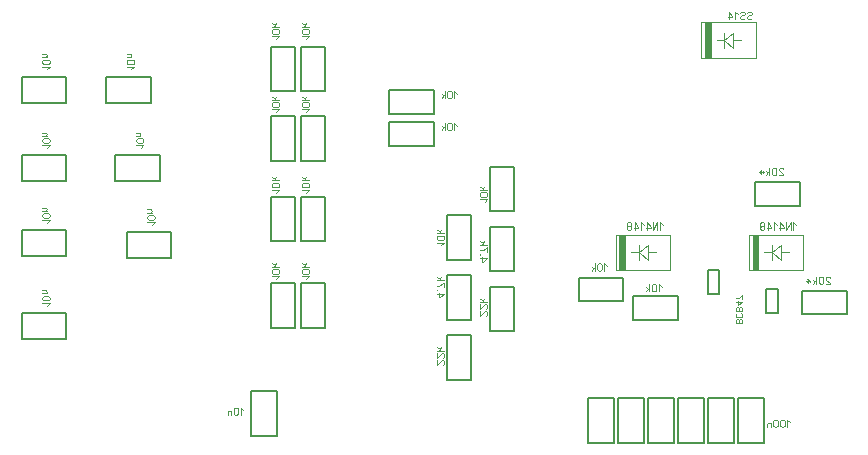
<source format=gbr>
%FSLAX34Y34*%
%MOMM*%
%LNSILK_BOTTOM*%
G71*
G01*
%ADD10C, 0.000*%
%ADD11C, 0.111*%
%ADD12C, 0.150*%
%ADD13C, 0.095*%
%LPD*%
G54D10*
X588399Y-70203D02*
X634399Y-70203D01*
X634399Y-100203D01*
X588399Y-100203D01*
X588399Y-70203D01*
G36*
X591399Y-100203D02*
X591399Y-70203D01*
X596399Y-70203D01*
X596399Y-100203D01*
X591399Y-100203D01*
G37*
G54D10*
X591399Y-100203D02*
X591399Y-70203D01*
X596399Y-70203D01*
X596399Y-100203D01*
X591399Y-100203D01*
G54D10*
X601399Y-85203D02*
X607799Y-85203D01*
X607799Y-78903D01*
X607799Y-91603D01*
X607799Y-85203D01*
X615699Y-78903D01*
X615699Y-91603D01*
X607799Y-85203D01*
G54D10*
X615699Y-85203D02*
X622099Y-85203D01*
G54D11*
X631032Y-66169D02*
X630566Y-66947D01*
X629632Y-67336D01*
X628699Y-67336D01*
X627766Y-66947D01*
X627299Y-66169D01*
X627299Y-65392D01*
X627766Y-64614D01*
X628699Y-64225D01*
X629632Y-64225D01*
X630566Y-63836D01*
X631032Y-63058D01*
X631032Y-62281D01*
X630566Y-61503D01*
X629632Y-61114D01*
X628699Y-61114D01*
X627766Y-61503D01*
X627299Y-62281D01*
G54D11*
X625121Y-66169D02*
X624655Y-66947D01*
X623721Y-67336D01*
X622788Y-67336D01*
X621855Y-66947D01*
X621388Y-66169D01*
X621388Y-65392D01*
X621855Y-64614D01*
X622788Y-64225D01*
X623721Y-64225D01*
X624655Y-63836D01*
X625121Y-63058D01*
X625121Y-62281D01*
X624655Y-61503D01*
X623721Y-61114D01*
X622788Y-61114D01*
X621855Y-61503D01*
X621388Y-62281D01*
G54D11*
X619210Y-63447D02*
X616877Y-61114D01*
X616877Y-67336D01*
G54D11*
X611899Y-67336D02*
X611899Y-61114D01*
X614699Y-65003D01*
X614699Y-65781D01*
X610966Y-65781D01*
G54D12*
X603834Y-280111D02*
X593834Y-280111D01*
X593833Y-300112D01*
X603833Y-300112D01*
X603834Y-280111D01*
G54D13*
X617802Y-324708D02*
X623135Y-324708D01*
X623135Y-322708D01*
X622802Y-321908D01*
X622135Y-321508D01*
X621468Y-321508D01*
X620802Y-321908D01*
X620468Y-322708D01*
X620135Y-321908D01*
X619468Y-321508D01*
X618802Y-321508D01*
X618135Y-321908D01*
X617802Y-322708D01*
X617802Y-324708D01*
G54D13*
X620468Y-324708D02*
X620468Y-322708D01*
G54D13*
X618802Y-316441D02*
X618135Y-316841D01*
X617802Y-317640D01*
X617802Y-318440D01*
X618135Y-319241D01*
X618802Y-319640D01*
X622135Y-319640D01*
X622802Y-319240D01*
X623135Y-318440D01*
X623135Y-317640D01*
X622802Y-316841D01*
X622135Y-316440D01*
G54D13*
X620468Y-312574D02*
X620468Y-313374D01*
X620802Y-314174D01*
X621468Y-314574D01*
X622135Y-314574D01*
X622802Y-314174D01*
X623135Y-313374D01*
X623135Y-312574D01*
X622802Y-311774D01*
X622135Y-311374D01*
X621468Y-311374D01*
X620802Y-311774D01*
X620468Y-312574D01*
X620135Y-311774D01*
X619468Y-311374D01*
X618802Y-311374D01*
X618135Y-311774D01*
X617802Y-312574D01*
X617802Y-313374D01*
X618135Y-314174D01*
X618802Y-314574D01*
X619468Y-314574D01*
X620135Y-314174D01*
X620468Y-313374D01*
G54D13*
X617802Y-307106D02*
X623135Y-307107D01*
X619802Y-309506D01*
X619135Y-309506D01*
X619135Y-306306D01*
G54D13*
X623135Y-304440D02*
X623135Y-301240D01*
X622468Y-301640D01*
X621468Y-302440D01*
X620135Y-303240D01*
X619135Y-303640D01*
X617802Y-303640D01*
G54D12*
X249568Y-128591D02*
X269568Y-128591D01*
X269568Y-90591D01*
X249568Y-90591D01*
X249568Y-128591D01*
G54D11*
X254127Y-84254D02*
X256460Y-81921D01*
X250238Y-81921D01*
G54D11*
X255294Y-76010D02*
X251405Y-76010D01*
X250627Y-76477D01*
X250238Y-77410D01*
X250238Y-78343D01*
X250627Y-79277D01*
X251405Y-79743D01*
X255294Y-79743D01*
X256072Y-79277D01*
X256460Y-78343D01*
X256460Y-77410D01*
X256072Y-76477D01*
X255294Y-76010D01*
G54D11*
X250238Y-73832D02*
X256460Y-73832D01*
G54D11*
X252572Y-72432D02*
X250238Y-71032D01*
G54D11*
X251794Y-73832D02*
X253738Y-71032D01*
G54D12*
X228816Y-420115D02*
X206816Y-420115D01*
X206816Y-382115D01*
X228816Y-382115D01*
X228816Y-420115D01*
G54D11*
X200797Y-398589D02*
X198464Y-396256D01*
X198464Y-402478D01*
G54D11*
X192553Y-397422D02*
X192553Y-401311D01*
X193020Y-402089D01*
X193953Y-402478D01*
X194886Y-402478D01*
X195820Y-402089D01*
X196286Y-401311D01*
X196286Y-397422D01*
X195820Y-396644D01*
X194886Y-396256D01*
X193953Y-396256D01*
X193020Y-396644D01*
X192553Y-397422D01*
G54D11*
X190375Y-402478D02*
X190375Y-398978D01*
G54D11*
X190375Y-399756D02*
X189908Y-399211D01*
X188975Y-398978D01*
X188042Y-399211D01*
X187575Y-399756D01*
X187575Y-402478D01*
G54D12*
X224168Y-128591D02*
X244168Y-128591D01*
X244168Y-90591D01*
X224168Y-90591D01*
X224168Y-128591D01*
G54D11*
X228727Y-84254D02*
X231060Y-81921D01*
X224838Y-81921D01*
G54D11*
X229894Y-76010D02*
X226005Y-76010D01*
X225227Y-76477D01*
X224838Y-77410D01*
X224838Y-78343D01*
X225227Y-79277D01*
X226005Y-79743D01*
X229894Y-79743D01*
X230672Y-79277D01*
X231060Y-78343D01*
X231060Y-77410D01*
X230672Y-76477D01*
X229894Y-76010D01*
G54D11*
X224838Y-73832D02*
X231060Y-73832D01*
G54D11*
X227172Y-72432D02*
X224838Y-71032D01*
G54D11*
X226394Y-73832D02*
X228338Y-71032D01*
G54D12*
X249568Y-187329D02*
X269568Y-187329D01*
X269568Y-149329D01*
X249568Y-149329D01*
X249568Y-187329D01*
G54D11*
X254127Y-146166D02*
X256460Y-143833D01*
X250238Y-143833D01*
G54D11*
X255294Y-137922D02*
X251405Y-137922D01*
X250627Y-138389D01*
X250238Y-139322D01*
X250238Y-140255D01*
X250627Y-141189D01*
X251405Y-141655D01*
X255294Y-141655D01*
X256072Y-141189D01*
X256460Y-140255D01*
X256460Y-139322D01*
X256072Y-138389D01*
X255294Y-137922D01*
G54D11*
X250238Y-135744D02*
X256460Y-135744D01*
G54D11*
X252572Y-134344D02*
X250238Y-132944D01*
G54D11*
X251794Y-135744D02*
X253738Y-132944D01*
G54D12*
X224168Y-187329D02*
X244168Y-187329D01*
X244168Y-149329D01*
X224168Y-149329D01*
X224168Y-187329D01*
G54D11*
X228727Y-146166D02*
X231060Y-143833D01*
X224838Y-143833D01*
G54D11*
X229894Y-137922D02*
X226005Y-137922D01*
X225227Y-138389D01*
X224838Y-139322D01*
X224838Y-140255D01*
X225227Y-141189D01*
X226005Y-141655D01*
X229894Y-141655D01*
X230672Y-141189D01*
X231060Y-140255D01*
X231060Y-139322D01*
X230672Y-138389D01*
X229894Y-137922D01*
G54D11*
X224838Y-135744D02*
X231060Y-135744D01*
G54D11*
X227172Y-134344D02*
X224838Y-132944D01*
G54D11*
X226394Y-135744D02*
X228338Y-132944D01*
G54D12*
X249568Y-255591D02*
X269568Y-255591D01*
X269568Y-217591D01*
X249568Y-217591D01*
X249568Y-255591D01*
G54D11*
X254127Y-214428D02*
X256460Y-212095D01*
X250238Y-212095D01*
G54D11*
X255294Y-206184D02*
X251405Y-206184D01*
X250627Y-206651D01*
X250238Y-207584D01*
X250238Y-208517D01*
X250627Y-209451D01*
X251405Y-209917D01*
X255294Y-209917D01*
X256072Y-209451D01*
X256460Y-208517D01*
X256460Y-207584D01*
X256072Y-206651D01*
X255294Y-206184D01*
G54D11*
X250238Y-204006D02*
X256460Y-204006D01*
G54D11*
X252572Y-202606D02*
X250238Y-201206D01*
G54D11*
X251794Y-204006D02*
X253738Y-201206D01*
G54D12*
X224168Y-255591D02*
X244168Y-255591D01*
X244168Y-217591D01*
X224168Y-217591D01*
X224168Y-255591D01*
G54D11*
X228727Y-214428D02*
X231060Y-212095D01*
X224838Y-212095D01*
G54D11*
X229894Y-206184D02*
X226005Y-206184D01*
X225227Y-206651D01*
X224838Y-207584D01*
X224838Y-208517D01*
X225227Y-209451D01*
X226005Y-209917D01*
X229894Y-209917D01*
X230672Y-209451D01*
X231060Y-208517D01*
X231060Y-207584D01*
X230672Y-206651D01*
X229894Y-206184D01*
G54D11*
X224838Y-204006D02*
X231060Y-204006D01*
G54D11*
X227172Y-202606D02*
X224838Y-201206D01*
G54D11*
X226394Y-204006D02*
X228338Y-201206D01*
G54D12*
X249568Y-328616D02*
X269568Y-328616D01*
X269568Y-290616D01*
X249568Y-290616D01*
X249568Y-328616D01*
G54D11*
X254127Y-287452D02*
X256460Y-285119D01*
X250238Y-285119D01*
G54D11*
X255294Y-279208D02*
X251405Y-279208D01*
X250627Y-279675D01*
X250238Y-280608D01*
X250238Y-281541D01*
X250627Y-282475D01*
X251405Y-282941D01*
X255294Y-282941D01*
X256072Y-282475D01*
X256460Y-281541D01*
X256460Y-280608D01*
X256072Y-279675D01*
X255294Y-279208D01*
G54D11*
X250238Y-277030D02*
X256460Y-277030D01*
G54D11*
X252572Y-275630D02*
X250238Y-274230D01*
G54D11*
X251794Y-277030D02*
X253738Y-274230D01*
G54D12*
X224168Y-328616D02*
X244168Y-328616D01*
X244168Y-290616D01*
X224168Y-290616D01*
X224168Y-328616D01*
G54D11*
X228727Y-287450D02*
X231060Y-285117D01*
X224838Y-285117D01*
G54D11*
X229894Y-279206D02*
X226005Y-279206D01*
X225227Y-279673D01*
X224838Y-280606D01*
X224838Y-281539D01*
X225227Y-282473D01*
X226005Y-282939D01*
X229894Y-282939D01*
X230672Y-282473D01*
X231060Y-281539D01*
X231060Y-280606D01*
X230672Y-279673D01*
X229894Y-279206D01*
G54D11*
X224838Y-277028D02*
X231060Y-277028D01*
G54D11*
X227172Y-275628D02*
X224838Y-274228D01*
G54D11*
X226394Y-277028D02*
X228338Y-274228D01*
G54D12*
X84404Y-138048D02*
X84404Y-116048D01*
X122404Y-116048D01*
X122404Y-138048D01*
X84404Y-138048D01*
G54D11*
X105930Y-110028D02*
X108263Y-107695D01*
X102041Y-107695D01*
G54D11*
X107096Y-101784D02*
X103207Y-101784D01*
X102430Y-102251D01*
X102041Y-103184D01*
X102041Y-104118D01*
X102430Y-105051D01*
X103207Y-105518D01*
X107096Y-105518D01*
X107874Y-105051D01*
X108263Y-104118D01*
X108263Y-103184D01*
X107874Y-102251D01*
X107096Y-101784D01*
G54D11*
X102041Y-99606D02*
X105541Y-99606D01*
G54D11*
X104763Y-99606D02*
X105307Y-99140D01*
X105541Y-98206D01*
X105307Y-97273D01*
X104763Y-96806D01*
X102041Y-96806D01*
G54D12*
X12966Y-138048D02*
X12966Y-116048D01*
X50966Y-116048D01*
X50966Y-138048D01*
X12966Y-138048D01*
G54D11*
X34492Y-110028D02*
X36825Y-107695D01*
X30603Y-107695D01*
G54D11*
X35659Y-101784D02*
X31770Y-101784D01*
X30992Y-102251D01*
X30603Y-103184D01*
X30603Y-104118D01*
X30992Y-105051D01*
X31770Y-105518D01*
X35659Y-105518D01*
X36436Y-105051D01*
X36825Y-104118D01*
X36825Y-103184D01*
X36436Y-102251D01*
X35659Y-101784D01*
G54D11*
X30603Y-99606D02*
X34103Y-99606D01*
G54D11*
X33325Y-99606D02*
X33870Y-99140D01*
X34103Y-98206D01*
X33870Y-97273D01*
X33325Y-96806D01*
X30603Y-96806D01*
G54D12*
X92341Y-204723D02*
X92341Y-182723D01*
X130341Y-182723D01*
X130341Y-204723D01*
X92341Y-204723D01*
G54D11*
X113867Y-176704D02*
X116200Y-174370D01*
X109978Y-174370D01*
G54D11*
X115034Y-168459D02*
X111145Y-168459D01*
X110367Y-168926D01*
X109978Y-169859D01*
X109978Y-170793D01*
X110367Y-171726D01*
X111145Y-172192D01*
X115034Y-172192D01*
X115812Y-171726D01*
X116200Y-170792D01*
X116200Y-169859D01*
X115812Y-168926D01*
X115034Y-168459D01*
G54D11*
X109978Y-166282D02*
X113478Y-166282D01*
G54D11*
X112700Y-166282D02*
X113245Y-165815D01*
X113478Y-164882D01*
X113245Y-163948D01*
X112700Y-163482D01*
X109978Y-163482D01*
G54D12*
X12966Y-204723D02*
X12966Y-182723D01*
X50966Y-182723D01*
X50966Y-204723D01*
X12966Y-204723D01*
G54D11*
X34492Y-176704D02*
X36825Y-174370D01*
X30603Y-174370D01*
G54D11*
X35659Y-168459D02*
X31770Y-168459D01*
X30992Y-168926D01*
X30603Y-169859D01*
X30603Y-170793D01*
X30992Y-171726D01*
X31770Y-172192D01*
X35659Y-172192D01*
X36436Y-171726D01*
X36825Y-170792D01*
X36825Y-169859D01*
X36436Y-168926D01*
X35659Y-168459D01*
G54D11*
X30603Y-166282D02*
X34103Y-166282D01*
G54D11*
X33325Y-166282D02*
X33870Y-165815D01*
X34103Y-164882D01*
X33870Y-163948D01*
X33325Y-163482D01*
X30603Y-163482D01*
G54D12*
X12966Y-268223D02*
X12966Y-246223D01*
X50966Y-246223D01*
X50966Y-268223D01*
X12966Y-268223D01*
G54D11*
X34492Y-240204D02*
X36825Y-237870D01*
X30603Y-237870D01*
G54D11*
X35659Y-231959D02*
X31770Y-231959D01*
X30992Y-232426D01*
X30603Y-233359D01*
X30603Y-234293D01*
X30992Y-235226D01*
X31770Y-235692D01*
X35659Y-235692D01*
X36436Y-235226D01*
X36825Y-234292D01*
X36825Y-233359D01*
X36436Y-232426D01*
X35659Y-231959D01*
G54D11*
X30603Y-229782D02*
X34103Y-229782D01*
G54D11*
X33325Y-229782D02*
X33870Y-229315D01*
X34103Y-228382D01*
X33870Y-227448D01*
X33325Y-226982D01*
X30603Y-226982D01*
G54D12*
X101866Y-269810D02*
X101866Y-247810D01*
X139866Y-247810D01*
X139866Y-269810D01*
X101866Y-269810D01*
G54D11*
X123392Y-241791D02*
X125725Y-239458D01*
X119503Y-239458D01*
G54D11*
X124559Y-233547D02*
X120670Y-233547D01*
X119892Y-234013D01*
X119503Y-234947D01*
X119503Y-235880D01*
X119892Y-236813D01*
X120670Y-237280D01*
X124559Y-237280D01*
X125336Y-236813D01*
X125725Y-235880D01*
X125725Y-234947D01*
X125336Y-234013D01*
X124559Y-233547D01*
G54D11*
X119503Y-231369D02*
X123003Y-231369D01*
G54D11*
X122225Y-231369D02*
X122770Y-230902D01*
X123003Y-229969D01*
X122770Y-229036D01*
X122225Y-228569D01*
X119503Y-228569D01*
G54D12*
X12966Y-338073D02*
X12966Y-316073D01*
X50966Y-316073D01*
X50966Y-338073D01*
X12966Y-338073D01*
G54D11*
X34492Y-310054D02*
X36825Y-307720D01*
X30603Y-307720D01*
G54D11*
X35659Y-301809D02*
X31770Y-301809D01*
X30992Y-302276D01*
X30603Y-303209D01*
X30603Y-304143D01*
X30992Y-305076D01*
X31770Y-305542D01*
X35659Y-305542D01*
X36436Y-305076D01*
X36825Y-304142D01*
X36825Y-303209D01*
X36436Y-302276D01*
X35659Y-301809D01*
G54D11*
X30603Y-299632D02*
X34103Y-299632D01*
G54D11*
X33325Y-299632D02*
X33870Y-299165D01*
X34103Y-298232D01*
X33870Y-297298D01*
X33325Y-296832D01*
X30603Y-296832D01*
G54D12*
X324194Y-127546D02*
X324194Y-147546D01*
X362194Y-147546D01*
X362194Y-127546D01*
X324194Y-127546D01*
G54D11*
X381773Y-130549D02*
X379440Y-128215D01*
X379440Y-134438D01*
G54D11*
X373529Y-129382D02*
X373529Y-133271D01*
X373995Y-134049D01*
X374929Y-134438D01*
X375862Y-134438D01*
X376795Y-134049D01*
X377262Y-133271D01*
X377262Y-129382D01*
X376795Y-128604D01*
X375862Y-128215D01*
X374929Y-128215D01*
X373995Y-128604D01*
X373529Y-129382D01*
G54D11*
X371351Y-134438D02*
X371351Y-128215D01*
G54D11*
X369951Y-132104D02*
X368551Y-134438D01*
G54D11*
X371351Y-132882D02*
X368551Y-130938D01*
G54D12*
X324194Y-154534D02*
X324194Y-174534D01*
X362194Y-174534D01*
X362194Y-154534D01*
X324194Y-154534D01*
G54D11*
X381773Y-157536D02*
X379440Y-155203D01*
X379440Y-161425D01*
G54D11*
X373529Y-156369D02*
X373529Y-160258D01*
X373995Y-161036D01*
X374929Y-161425D01*
X375862Y-161425D01*
X376795Y-161036D01*
X377262Y-160258D01*
X377262Y-156369D01*
X376795Y-155592D01*
X375862Y-155203D01*
X374929Y-155203D01*
X373995Y-155592D01*
X373529Y-156369D01*
G54D11*
X371351Y-161425D02*
X371351Y-155203D01*
G54D11*
X369951Y-159092D02*
X368551Y-161425D01*
G54D11*
X371351Y-159869D02*
X368551Y-157925D01*
G54D12*
X373393Y-271466D02*
X393393Y-271466D01*
X393393Y-233466D01*
X373393Y-233466D01*
X373393Y-271466D01*
G54D11*
X368427Y-258878D02*
X370760Y-256544D01*
X364538Y-256544D01*
G54D11*
X369593Y-250634D02*
X365704Y-250634D01*
X364927Y-251100D01*
X364538Y-252034D01*
X364538Y-252967D01*
X364927Y-253900D01*
X365704Y-254367D01*
X369593Y-254367D01*
X370371Y-253900D01*
X370760Y-252967D01*
X370760Y-252034D01*
X370371Y-251100D01*
X369593Y-250634D01*
G54D11*
X364538Y-248456D02*
X370760Y-248456D01*
G54D11*
X366871Y-247056D02*
X364538Y-245656D01*
G54D11*
X366093Y-248456D02*
X368038Y-245656D01*
G54D12*
X373393Y-322266D02*
X393393Y-322266D01*
X393393Y-284266D01*
X373393Y-284266D01*
X373393Y-322266D01*
G54D11*
X364537Y-299988D02*
X370759Y-299988D01*
X366870Y-302788D01*
X366092Y-302788D01*
X366092Y-299055D01*
G54D11*
X364537Y-296504D02*
X364537Y-296877D01*
X364848Y-296877D01*
X364848Y-296504D01*
X364537Y-296504D01*
X364537Y-296877D01*
G54D11*
X370759Y-294326D02*
X370759Y-290593D01*
X369981Y-291060D01*
X368814Y-291993D01*
X367259Y-292926D01*
X366092Y-293393D01*
X364537Y-293393D01*
G54D11*
X364537Y-288415D02*
X370759Y-288415D01*
G54D11*
X366870Y-287015D02*
X364537Y-285615D01*
G54D11*
X366092Y-288415D02*
X368037Y-285615D01*
G54D12*
X373393Y-373066D02*
X393393Y-373066D01*
X393393Y-335066D01*
X373393Y-335066D01*
X373393Y-373066D01*
G54D11*
X364537Y-356205D02*
X364537Y-359938D01*
X364926Y-359938D01*
X365704Y-359472D01*
X368037Y-356672D01*
X368815Y-356205D01*
X369593Y-356205D01*
X370371Y-356672D01*
X370760Y-357605D01*
X370760Y-358538D01*
X370371Y-359472D01*
X369593Y-359938D01*
G54D11*
X364537Y-350294D02*
X364537Y-354027D01*
X364926Y-354027D01*
X365704Y-353561D01*
X368037Y-350761D01*
X368815Y-350294D01*
X369593Y-350294D01*
X370371Y-350761D01*
X370760Y-351694D01*
X370760Y-352627D01*
X370371Y-353561D01*
X369593Y-354027D01*
G54D11*
X364537Y-348116D02*
X370760Y-348116D01*
G54D11*
X366871Y-346716D02*
X364537Y-345316D01*
G54D11*
X366093Y-348116D02*
X368037Y-345316D01*
G54D12*
X409906Y-230191D02*
X429906Y-230191D01*
X429906Y-192191D01*
X409906Y-192191D01*
X409906Y-230191D01*
G54D11*
X404939Y-222365D02*
X407272Y-220032D01*
X401050Y-220032D01*
G54D11*
X406105Y-214121D02*
X402216Y-214121D01*
X401439Y-214588D01*
X401050Y-215521D01*
X401050Y-216454D01*
X401439Y-217388D01*
X402216Y-217854D01*
X406105Y-217854D01*
X406883Y-217388D01*
X407272Y-216454D01*
X407272Y-215521D01*
X406883Y-214588D01*
X406105Y-214121D01*
G54D11*
X401050Y-211943D02*
X407272Y-211943D01*
G54D11*
X403383Y-210543D02*
X401050Y-209143D01*
G54D11*
X402605Y-211943D02*
X404550Y-209143D01*
G54D12*
X409906Y-280991D02*
X429906Y-280991D01*
X429906Y-242991D01*
X409906Y-242991D01*
X409906Y-280991D01*
G54D11*
X401051Y-269825D02*
X407273Y-269825D01*
X403385Y-272625D01*
X402607Y-272625D01*
X402607Y-268892D01*
G54D11*
X401051Y-266341D02*
X401051Y-266714D01*
X401362Y-266714D01*
X401362Y-266341D01*
X401051Y-266341D01*
X401051Y-266714D01*
G54D11*
X407273Y-264163D02*
X407273Y-260430D01*
X406496Y-260897D01*
X405329Y-261830D01*
X403773Y-262763D01*
X402607Y-263230D01*
X401051Y-263230D01*
G54D11*
X401051Y-258252D02*
X407273Y-258252D01*
G54D11*
X403385Y-256852D02*
X401051Y-255452D01*
G54D11*
X402607Y-258252D02*
X404551Y-255452D01*
G54D12*
X409906Y-331791D02*
X429906Y-331791D01*
X429906Y-293791D01*
X409906Y-293791D01*
X409906Y-331791D01*
G54D11*
X401050Y-314930D02*
X401050Y-318663D01*
X401439Y-318663D01*
X402217Y-318197D01*
X404550Y-315397D01*
X405328Y-314930D01*
X406106Y-314930D01*
X406884Y-315397D01*
X407272Y-316330D01*
X407272Y-317263D01*
X406884Y-318197D01*
X406106Y-318663D01*
G54D11*
X401050Y-309019D02*
X401050Y-312752D01*
X401439Y-312752D01*
X402217Y-312286D01*
X404550Y-309486D01*
X405328Y-309019D01*
X406106Y-309019D01*
X406884Y-309486D01*
X407272Y-310419D01*
X407272Y-311352D01*
X406884Y-312286D01*
X406106Y-312752D01*
G54D11*
X401050Y-306841D02*
X407272Y-306841D01*
G54D11*
X403384Y-305441D02*
X401050Y-304041D01*
G54D11*
X402606Y-306841D02*
X404550Y-304041D01*
G54D10*
X516168Y-249988D02*
X562168Y-249988D01*
X562168Y-279988D01*
X516168Y-279988D01*
X516168Y-249988D01*
G36*
X519168Y-279988D02*
X519168Y-249988D01*
X524168Y-249988D01*
X524168Y-279988D01*
X519168Y-279988D01*
G37*
G54D10*
X519168Y-279988D02*
X519168Y-249988D01*
X524168Y-249988D01*
X524168Y-279988D01*
X519168Y-279988D01*
G54D10*
X529168Y-264988D02*
X535568Y-264988D01*
X535568Y-258688D01*
X535568Y-271388D01*
X535568Y-264988D01*
X543468Y-258688D01*
X543468Y-271388D01*
X535568Y-264988D01*
G54D10*
X543468Y-264988D02*
X549868Y-264988D01*
G54D11*
X555900Y-241852D02*
X553566Y-239518D01*
X553566Y-245740D01*
G54D11*
X551389Y-245740D02*
X551389Y-239518D01*
X547656Y-245740D01*
X547656Y-239518D01*
G54D11*
X542678Y-245740D02*
X542678Y-239518D01*
X545478Y-243407D01*
X545478Y-244185D01*
X541745Y-244185D01*
G54D11*
X539567Y-241852D02*
X537234Y-239518D01*
X537234Y-245740D01*
G54D11*
X532256Y-245740D02*
X532256Y-239518D01*
X535056Y-243407D01*
X535056Y-244185D01*
X531323Y-244185D01*
G54D11*
X526812Y-242629D02*
X527745Y-242629D01*
X528678Y-242240D01*
X529145Y-241463D01*
X529145Y-240685D01*
X528678Y-239907D01*
X527745Y-239518D01*
X526812Y-239518D01*
X525878Y-239907D01*
X525412Y-240685D01*
X525412Y-241463D01*
X525878Y-242240D01*
X526812Y-242629D01*
X525878Y-243018D01*
X525412Y-243796D01*
X525412Y-244574D01*
X525878Y-245352D01*
X526812Y-245740D01*
X527745Y-245740D01*
X528678Y-245352D01*
X529145Y-244574D01*
X529145Y-243796D01*
X528678Y-243018D01*
X527745Y-242629D01*
G54D12*
X484532Y-286296D02*
X484532Y-306296D01*
X522532Y-306296D01*
X522532Y-286296D01*
X484532Y-286296D01*
G54D11*
X508773Y-276599D02*
X506440Y-274265D01*
X506440Y-280488D01*
G54D11*
X500529Y-275432D02*
X500529Y-279321D01*
X500995Y-280099D01*
X501929Y-280488D01*
X502862Y-280488D01*
X503795Y-280099D01*
X504262Y-279321D01*
X504262Y-275432D01*
X503795Y-274654D01*
X502862Y-274265D01*
X501929Y-274265D01*
X500995Y-274654D01*
X500529Y-275432D01*
G54D11*
X498351Y-280488D02*
X498351Y-274265D01*
G54D11*
X496951Y-278154D02*
X495551Y-280488D01*
G54D11*
X498351Y-278932D02*
X495551Y-276988D01*
G54D12*
X530569Y-302171D02*
X530569Y-322171D01*
X568569Y-322171D01*
X568569Y-302171D01*
X530569Y-302171D01*
G54D11*
X554810Y-294061D02*
X552477Y-291728D01*
X552477Y-297950D01*
G54D11*
X546566Y-292894D02*
X546566Y-296783D01*
X547033Y-297561D01*
X547966Y-297950D01*
X548900Y-297950D01*
X549833Y-297561D01*
X550300Y-296783D01*
X550300Y-292894D01*
X549833Y-292117D01*
X548900Y-291728D01*
X547966Y-291728D01*
X547033Y-292117D01*
X546566Y-292894D01*
G54D11*
X544388Y-297950D02*
X544388Y-291728D01*
G54D11*
X542988Y-295617D02*
X541588Y-297950D01*
G54D11*
X544388Y-296394D02*
X541588Y-294450D01*
G54D10*
X628880Y-249988D02*
X674880Y-249988D01*
X674880Y-279988D01*
X628880Y-279988D01*
X628880Y-249988D01*
G36*
X631880Y-279988D02*
X631880Y-249988D01*
X636880Y-249988D01*
X636880Y-279988D01*
X631880Y-279988D01*
G37*
G54D10*
X631880Y-279988D02*
X631880Y-249988D01*
X636880Y-249988D01*
X636880Y-279988D01*
X631880Y-279988D01*
G54D10*
X641880Y-264988D02*
X648280Y-264988D01*
X648280Y-258688D01*
X648280Y-271388D01*
X648280Y-264988D01*
X656180Y-258688D01*
X656180Y-271388D01*
X648280Y-264988D01*
G54D10*
X656180Y-264988D02*
X662580Y-264988D01*
G54D11*
X668612Y-241852D02*
X666279Y-239518D01*
X666279Y-245740D01*
G54D11*
X664101Y-245740D02*
X664101Y-239518D01*
X660368Y-245740D01*
X660368Y-239518D01*
G54D11*
X655390Y-245740D02*
X655390Y-239518D01*
X658190Y-243407D01*
X658190Y-244185D01*
X654457Y-244185D01*
G54D11*
X652279Y-241852D02*
X649946Y-239518D01*
X649946Y-245740D01*
G54D11*
X644968Y-245740D02*
X644968Y-239518D01*
X647768Y-243407D01*
X647768Y-244185D01*
X644035Y-244185D01*
G54D11*
X639524Y-242629D02*
X640457Y-242629D01*
X641391Y-242240D01*
X641857Y-241463D01*
X641857Y-240685D01*
X641391Y-239907D01*
X640457Y-239518D01*
X639524Y-239518D01*
X638591Y-239907D01*
X638124Y-240685D01*
X638124Y-241463D01*
X638591Y-242240D01*
X639524Y-242629D01*
X638591Y-243018D01*
X638124Y-243796D01*
X638124Y-244574D01*
X638591Y-245352D01*
X639524Y-245740D01*
X640457Y-245740D01*
X641391Y-245352D01*
X641857Y-244574D01*
X641857Y-243796D01*
X641391Y-243018D01*
X640457Y-242629D01*
G54D12*
X653046Y-295986D02*
X643046Y-295986D01*
X643046Y-315986D01*
X653046Y-315987D01*
X653046Y-295986D01*
G54D12*
X619280Y-388526D02*
X641280Y-388526D01*
X641280Y-426526D01*
X619280Y-426526D01*
X619280Y-388526D01*
G54D11*
X663524Y-408794D02*
X661190Y-406461D01*
X661190Y-412683D01*
G54D11*
X655279Y-407628D02*
X655279Y-411516D01*
X655746Y-412294D01*
X656679Y-412683D01*
X657613Y-412683D01*
X658546Y-412294D01*
X659013Y-411516D01*
X659013Y-407628D01*
X658546Y-406850D01*
X657613Y-406461D01*
X656679Y-406461D01*
X655746Y-406850D01*
X655279Y-407628D01*
G54D11*
X649368Y-407628D02*
X649368Y-411516D01*
X649835Y-412294D01*
X650768Y-412683D01*
X651702Y-412683D01*
X652635Y-412294D01*
X653102Y-411516D01*
X653102Y-407628D01*
X652635Y-406850D01*
X651702Y-406461D01*
X650768Y-406461D01*
X649835Y-406850D01*
X649368Y-407628D01*
G54D11*
X647191Y-412683D02*
X647191Y-409183D01*
G54D11*
X647191Y-409961D02*
X646724Y-409416D01*
X645791Y-409183D01*
X644857Y-409416D01*
X644391Y-409961D01*
X644391Y-412683D01*
G54D12*
X593880Y-388526D02*
X615880Y-388526D01*
X615880Y-426526D01*
X593880Y-426526D01*
X593880Y-388526D01*
G54D12*
X568480Y-388526D02*
X590480Y-388526D01*
X590480Y-426526D01*
X568480Y-426526D01*
X568480Y-388526D01*
G54D12*
X543080Y-388526D02*
X565080Y-388526D01*
X565080Y-426526D01*
X543080Y-426526D01*
X543080Y-388526D01*
G54D12*
X517680Y-388526D02*
X539680Y-388526D01*
X539680Y-426526D01*
X517680Y-426526D01*
X517680Y-388526D01*
G54D12*
X492280Y-388526D02*
X514280Y-388526D01*
X514280Y-426526D01*
X492280Y-426526D01*
X492280Y-388526D01*
G54D12*
X673444Y-297409D02*
X673444Y-317409D01*
X711444Y-317409D01*
X711444Y-297409D01*
X673444Y-297409D01*
G54D11*
X693952Y-291600D02*
X697686Y-291600D01*
X697686Y-291211D01*
X697219Y-290433D01*
X694419Y-288100D01*
X693952Y-287322D01*
X693952Y-286544D01*
X694419Y-285767D01*
X695352Y-285378D01*
X696286Y-285378D01*
X697219Y-285767D01*
X697686Y-286544D01*
G54D11*
X688041Y-286544D02*
X688041Y-290433D01*
X688508Y-291211D01*
X689441Y-291600D01*
X690374Y-291600D01*
X691308Y-291211D01*
X691774Y-290433D01*
X691774Y-286544D01*
X691308Y-285767D01*
X690374Y-285378D01*
X689441Y-285378D01*
X688508Y-285767D01*
X688041Y-286544D01*
G54D11*
X685864Y-291600D02*
X685864Y-285378D01*
G54D11*
X684464Y-289267D02*
X683064Y-291600D01*
G54D11*
X685864Y-290044D02*
X683064Y-288100D01*
G54D11*
X680886Y-288878D02*
X677152Y-288878D01*
G54D11*
X679019Y-287322D02*
X679019Y-290433D01*
G54D11*
X680419Y-287711D02*
X677619Y-290044D01*
G54D11*
X680419Y-290044D02*
X677619Y-287711D01*
G54D12*
X633757Y-205334D02*
X633757Y-225334D01*
X671757Y-225334D01*
X671757Y-205334D01*
X633757Y-205334D01*
G54D11*
X654265Y-199525D02*
X657998Y-199525D01*
X657998Y-199136D01*
X657531Y-198358D01*
X654731Y-196025D01*
X654265Y-195247D01*
X654265Y-194469D01*
X654731Y-193692D01*
X655665Y-193303D01*
X656598Y-193303D01*
X657531Y-193692D01*
X657998Y-194469D01*
G54D11*
X648354Y-194469D02*
X648354Y-198358D01*
X648820Y-199136D01*
X649754Y-199525D01*
X650687Y-199525D01*
X651620Y-199136D01*
X652087Y-198358D01*
X652087Y-194469D01*
X651620Y-193692D01*
X650687Y-193303D01*
X649754Y-193303D01*
X648820Y-193692D01*
X648354Y-194469D01*
G54D11*
X646176Y-199525D02*
X646176Y-193303D01*
G54D11*
X644776Y-197192D02*
X643376Y-199525D01*
G54D11*
X646176Y-197969D02*
X643376Y-196025D01*
G54D11*
X641198Y-196803D02*
X637465Y-196803D01*
G54D11*
X639331Y-195247D02*
X639331Y-198358D01*
G54D11*
X640731Y-195636D02*
X637931Y-197969D01*
G54D11*
X640731Y-197969D02*
X637931Y-195636D01*
M02*

</source>
